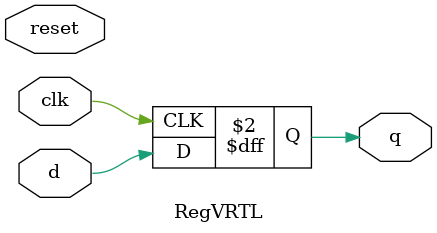
<source format=v>
module RegVRTL
#(
  parameter p_nbits = 1
)(
  input                clk,   // Clock input
  input                reset, // Clock input
  output [p_nbits-1:0] q,     // Data output
  input  [p_nbits-1:0] d      // Data input (sampled on rising clk edge)
);

  reg q;

  always @( posedge clk )
    q <= d;

endmodule

</source>
